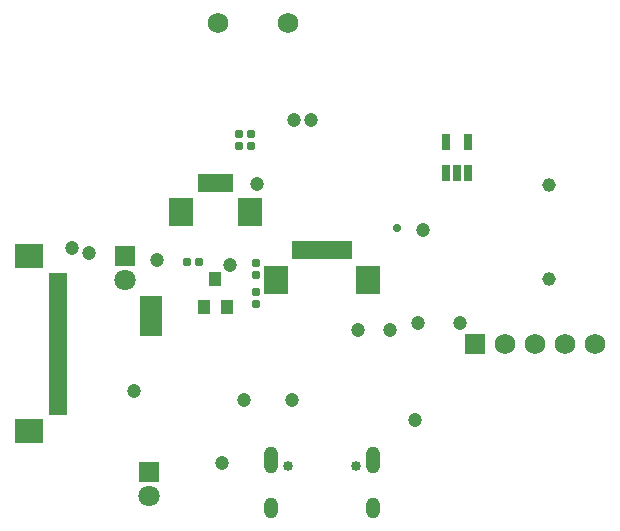
<source format=gbs>
G04*
G04 #@! TF.GenerationSoftware,Altium Limited,Altium Designer,20.2.6 (244)*
G04*
G04 Layer_Color=16711935*
%FSLAX25Y25*%
%MOIN*%
G70*
G04*
G04 #@! TF.SameCoordinates,568CAEEB-50F0-44EC-8363-EC95FF72310B*
G04*
G04*
G04 #@! TF.FilePolarity,Negative*
G04*
G01*
G75*
%ADD65R,0.07887X0.09461*%
%ADD66R,0.01981X0.05918*%
G04:AMPARAMS|DCode=77|XSize=28mil|YSize=28mil|CornerRadius=9mil|HoleSize=0mil|Usage=FLASHONLY|Rotation=180.000|XOffset=0mil|YOffset=0mil|HoleType=Round|Shape=RoundedRectangle|*
%AMROUNDEDRECTD77*
21,1,0.02800,0.01000,0,0,180.0*
21,1,0.01000,0.02800,0,0,180.0*
1,1,0.01800,-0.00500,0.00500*
1,1,0.01800,0.00500,0.00500*
1,1,0.01800,0.00500,-0.00500*
1,1,0.01800,-0.00500,-0.00500*
%
%ADD77ROUNDEDRECTD77*%
%ADD81R,0.04343X0.04540*%
%ADD82R,0.04343X0.04540*%
G04:AMPARAMS|DCode=83|XSize=28mil|YSize=28mil|CornerRadius=9mil|HoleSize=0mil|Usage=FLASHONLY|Rotation=270.000|XOffset=0mil|YOffset=0mil|HoleType=Round|Shape=RoundedRectangle|*
%AMROUNDEDRECTD83*
21,1,0.02800,0.01000,0,0,270.0*
21,1,0.01000,0.02800,0,0,270.0*
1,1,0.01800,-0.00500,-0.00500*
1,1,0.01800,-0.00500,0.00500*
1,1,0.01800,0.00500,0.00500*
1,1,0.01800,0.00500,-0.00500*
%
%ADD83ROUNDEDRECTD83*%
%ADD87R,0.05918X0.01981*%
%ADD88R,0.09461X0.07887*%
%ADD89R,0.07800X0.13800*%
%ADD105C,0.06800*%
%ADD106R,0.06800X0.06800*%
%ADD107C,0.07099*%
%ADD108R,0.07099X0.07099*%
%ADD109C,0.03359*%
%ADD110O,0.04737X0.07099*%
%ADD111O,0.04737X0.09068*%
%ADD112C,0.06899*%
%ADD113C,0.04537*%
%ADD114C,0.02800*%
%ADD132C,0.04737*%
%ADD133R,0.03162X0.05328*%
D65*
X89446Y103500D02*
D03*
X66612Y103500D02*
D03*
X98104Y81000D02*
D03*
X128813Y81000D02*
D03*
D66*
X82950Y113331D02*
D03*
X80982D02*
D03*
X79013D02*
D03*
X77045D02*
D03*
X75076D02*
D03*
X73108D02*
D03*
X104600Y90831D02*
D03*
X110505D02*
D03*
X112474D02*
D03*
X114443D02*
D03*
X116411D02*
D03*
X118379D02*
D03*
X120348D02*
D03*
X122317D02*
D03*
X108537D02*
D03*
X106569D02*
D03*
D77*
X91500Y82800D02*
D03*
Y86800D02*
D03*
Y77100D02*
D03*
Y73100D02*
D03*
D81*
X77936Y81287D02*
D03*
X81676Y72035D02*
D03*
D82*
X74196Y72035D02*
D03*
D83*
X85793Y129724D02*
D03*
X89793D02*
D03*
X85793Y125751D02*
D03*
X89793D02*
D03*
X72536Y86879D02*
D03*
X68536D02*
D03*
D87*
X25631Y52810D02*
D03*
Y50842D02*
D03*
Y37062D02*
D03*
Y39031D02*
D03*
Y40999D02*
D03*
Y42968D02*
D03*
Y44936D02*
D03*
Y46905D02*
D03*
Y48873D02*
D03*
Y54779D02*
D03*
Y56747D02*
D03*
Y58716D02*
D03*
Y60684D02*
D03*
Y62653D02*
D03*
Y64621D02*
D03*
Y66590D02*
D03*
Y68558D02*
D03*
Y70527D02*
D03*
Y72495D02*
D03*
Y74464D02*
D03*
Y76432D02*
D03*
Y78401D02*
D03*
Y80369D02*
D03*
Y82338D02*
D03*
D88*
X15800Y30566D02*
D03*
X15800Y88834D02*
D03*
D89*
X56500Y69000D02*
D03*
D105*
X204600Y59500D02*
D03*
X194600D02*
D03*
X184600D02*
D03*
X174600D02*
D03*
D106*
X164600D02*
D03*
D107*
X47900Y80963D02*
D03*
X55648Y8963D02*
D03*
D108*
X47900Y88837D02*
D03*
X55648Y16837D02*
D03*
D109*
X102080Y18858D02*
D03*
X124836D02*
D03*
D110*
X130486Y5079D02*
D03*
X96431D02*
D03*
D111*
X130486Y20827D02*
D03*
X96431D02*
D03*
D112*
X78654Y166783D02*
D03*
X102276D02*
D03*
D113*
X189175Y112716D02*
D03*
Y81299D02*
D03*
D114*
X138629Y98300D02*
D03*
D132*
X50900Y44005D02*
D03*
X87400Y40900D02*
D03*
X80281Y19811D02*
D03*
X30300Y91700D02*
D03*
X136137Y64400D02*
D03*
X125600D02*
D03*
X109700Y134200D02*
D03*
X104300D02*
D03*
X147000Y97613D02*
D03*
X35805Y90000D02*
D03*
X144336Y34400D02*
D03*
X145500Y66500D02*
D03*
X58491Y87500D02*
D03*
X82788Y85926D02*
D03*
X159400Y66600D02*
D03*
X91700Y112900D02*
D03*
X103491Y40961D02*
D03*
D133*
X162240Y126918D02*
D03*
X154760D02*
D03*
Y116682D02*
D03*
X158500D02*
D03*
X162240D02*
D03*
M02*

</source>
